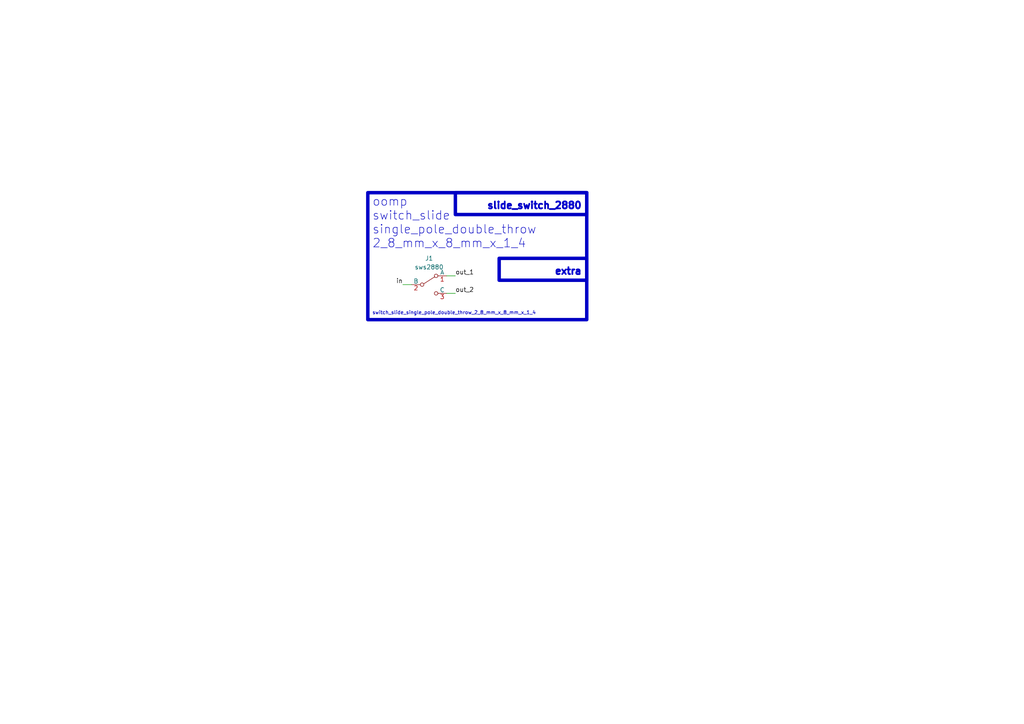
<source format=kicad_sch>
(kicad_sch (version 20230121) (generator eeschema)
  (paper "A4")
  (lib_symbols
    (symbol "oomlout_oomp_part_symbols:sws2880_electronic_switch_slide_2_8_mm_x_8_mm_x_1_4_single_pole_double_throw" (pin_names (offset 0))
      (property "Reference" "J" (at 0 4.318 0))
      (property "Value" "sws2880_electronic_switch_slide_2_8_mm_x_8_mm_x_1_4_single_pole_double_throw" (at 0 -5.08 0))
      (symbol "sws2880_electronic_switch_slide_2_8_mm_x_8_mm_x_1_4_single_pole_double_throw_0_0"
        (circle (center -2.032 0) (radius 0.508))
        (circle (center 2.032 -2.54) (radius 0.508))
      )
      (symbol "sws2880_electronic_switch_slide_2_8_mm_x_8_mm_x_1_4_single_pole_double_throw_0_1"
        (polyline (pts (xy -1.524 0.254) (xy 1.651 2.286)))
        (circle (center 2.032 2.54) (radius 0.508))
      )
      (symbol "sws2880_electronic_switch_slide_2_8_mm_x_8_mm_x_1_4_single_pole_double_throw_1_1"
        (pin passive line (at 5.08 2.54 180) (length 2.54) (name "A") (number "1"))
        (pin passive line (at -5.08 0 0) (length 2.54) (name "B") (number "2"))
        (pin passive line (at 5.08 -2.54 180) (length 2.54) (name "C") (number "3"))
      )
    )
  )
  (wire (pts (xy 116.84 82.55) (xy 119.38 82.55)))
  (wire (pts (xy 129.54 85.09) (xy 132.08 85.09)))
  (wire (pts (xy 129.54 80.01) (xy 132.08 80.01)))
  (rectangle (start 132.08 55.88) (end 170.18 62.23) (stroke (width 1)))
  (rectangle (start 106.68 55.88) (end 170.18 92.71) (stroke (width 1)))
  (rectangle (start 144.78 74.93) (end 170.18 81.28) (stroke (width 1)))
  (rectangle (start 151.13 219.71) (end 151.13 219.71))
  (text "slide_switch_2880" (at 168.91 60.96 0) (effects (font (size 2 2) (thickness 0.8) bold) (justify right bottom)))
  (text "switch_slide_single_pole_double_throw_2_8_mm_x_8_mm_x_1_4" (at 107.95 91.44 0) (effects (font (size 1 1)) (justify left bottom)))
  (text "extra" (at 168.91 80.01 0) (effects (font (size 2 2) (thickness 0.8) bold) (justify right bottom)))
  (text "oomp\nswitch_slide\nsingle_pole_double_throw\n2_8_mm_x_8_mm_x_1_4\n\n" (at 107.95 76.2 0) (effects (font (size 2.5 2.5)) (justify left bottom)))
  (label "out_1" (at 132.08 80.01 0))
  (label "out_2" (at 132.08 85.09 0))
  (label "in" (at 116.84 82.55 180))
  (symbol (lib_id "oomlout_oomp_part_symbols:sws2880_electronic_switch_slide_2_8_mm_x_8_mm_x_1_4_single_pole_double_throw") (at 124.46 82.55 0) (unit 1)
    (property "Reference" "J1" (at 124.46 74.93 0))
    (property "Value" "sws2880" (at 124.46 77.47 0))
    (property "Footprint" "oomlout_oomp_part_footprints:sws2880_electronic_switch_slide_2_8_mm_x_8_mm_x_1_4_single_pole_double_throw" (effects hide))
    (property "Datasheet" "https://github.com/oomlout/oomlout_oomp_v3/parts/electronic_switch_slide_2_8_mm_x_8_mm_x_1_4_single_pole_double_throw/datasheet.pdf" (effects hide))
  )
)
</source>
